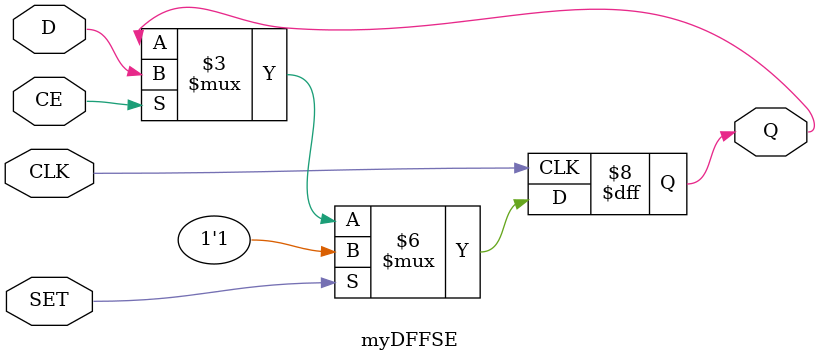
<source format=v>
module myDFFSE (output reg Q, input D, CLK, CE, SET);
	parameter [0:0] INIT = 1'b1;
	initial Q = INIT;
	always @(posedge CLK) begin
		if (SET)
			Q <= 1'b1;
		else if (CE)
			Q <= D;
end
endmodule
</source>
